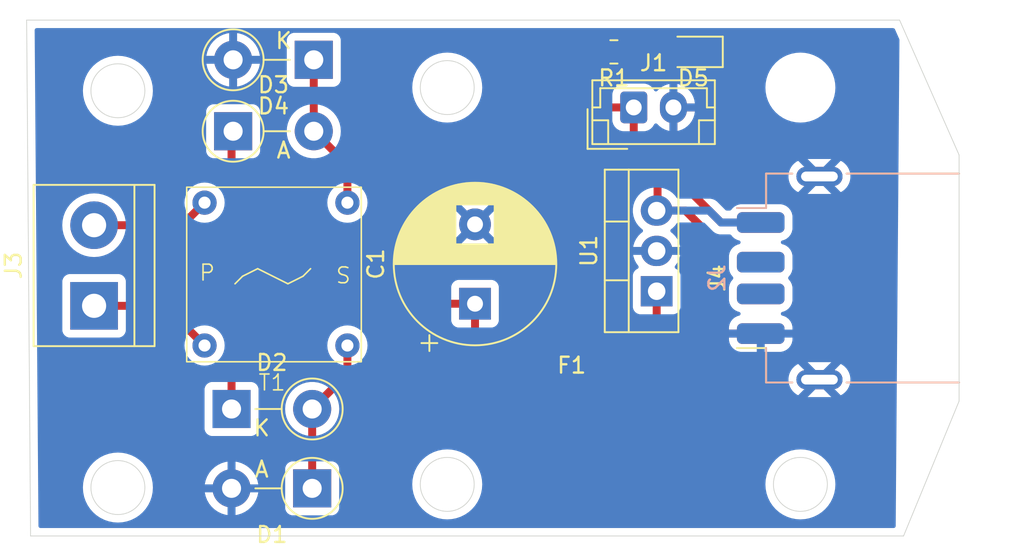
<source format=kicad_pcb>
(kicad_pcb (version 20240108) (generator "pcbnew") (generator_version "8.0")
  (layers (0 "F.Cu" signal) (31 "B.Cu" signal) (34 "B.Paste" user) (35 "F.Paste" user) (36 "B.SilkS" user "B.Silkscreen") (37 "F.SilkS" user "F.Silkscreen") (38 "B.Mask" user) (39 "F.Mask" user) (44 "Edge.Cuts" user))
  (net 0 "")
  (net 1 "Net-(D2-K)")
  (net 2 "GND")
  (net 3 "Net-(D1-K)")
  (net 4 "Net-(D3-A)")
  (net 5 "/5VOut")
  (net 8 "Net-(J3-Pin_2)")
  (net 9 "Net-(J3-Pin_1)")
  (net 12 "Net-(U1-IN)")
  (net 13 "Net-(D5-A)")
  (footprint "Diode_THT:D_DO-15_P5.08mm_Vertical_AnodeUp" (layer "F.Cu") (at 32.26 27.5)
    (property "Reference" "D3" (at 2.54 -2.92 360) (layer "F.SilkS"))
    (property "Value" "D_45deg")
    (fp_line (start 1.92 0) (end 3.58 0) (stroke (width 0.12)) (layer "F.SilkS"))
    (fp_circle (center 0 0) (end 1.92 0) (stroke (width 0.12)) (fill none) (layer "F.SilkS"))
    (fp_text user "A" (at 3.18 1.2 360) (layer "F.SilkS"))
    (pad "1" thru_hole rect (at 0 0) (size 2.4 2.4) (drill 1.2) (layers "*.Cu" "*.Mask") (net 1 "Net-(D2-K)"))
    (pad "2" thru_hole oval (at 5.08 0) (size 2.4 2.4) (drill 1.2) (layers "*.Cu" "*.Mask") (net 4 "Net-(D3-A)"))
  )
  (footprint "Transformer:THT_10mm_Transformer" (layer "F.Cu") (at 39.36 45.45)
    (property "Reference" "T1" (at -4.65 -2.1125 0) (layer "F.SilkS") (effects (font (thickness 0.1))))
    (property "Value" "Transformer_1P_1S")
    (fp_rect (start -10.025 -14.425) (end 0.975 -3.425) (stroke (width 0.1)) (fill none) (layer "F.SilkS"))
    (fp_text user "P" (at -9.3 -8.45 0) (layer "F.SilkS") (effects (font (thickness 0.1)) (justify left bottom)))
    (fp_text user "S" (at -0.7 -8.275 0) (layer "F.SilkS") (effects (font (thickness 0.1)) (justify left bottom)))
    (fp_text user "~" (at -8 -3.3 0) (layer "F.SilkS") (effects (font (size 10 10) (thickness 0.1)) (justify left bottom)))
    (pad "1" thru_hole circle (at -8.9 -13.45) (size 1.524 1.524) (drill 0.762) (layers "*.Cu" "*.Mask") (net 8 "Net-(J3-Pin_2)"))
    (pad "2" thru_hole circle (at -8.9 -4.45) (size 1.524 1.524) (drill 0.762) (layers "*.Cu" "*.Mask") (net 9 "Net-(J3-Pin_1)"))
    (pad "3" thru_hole circle (at 0.1 -13.45) (size 1.524 1.524) (drill 0.762) (layers "*.Cu" "*.Mask") (net 4 "Net-(D3-A)"))
    (pad "4" thru_hole circle (at 0.1 -4.45) (size 1.524 1.524) (drill 0.762) (layers "*.Cu" "*.Mask") (net 3 "Net-(D1-K)"))
  )
  (footprint "LED_SMD:LED_0805_2012Metric_Pad1.15x1.40mm_HandSolder" (layer "F.Cu") (at 61.25 22.5 180)
    (property "Reference" "D5" (at 0 -1.65 360) (layer "F.SilkS"))
    (property "Value" "LED")
    (fp_line (start 1 -0.96) (end -1.86 -0.96) (stroke (width 0.12)) (layer "F.SilkS"))
    (fp_line (start -1.86 0.96) (end 1 0.96) (stroke (width 0.12)) (layer "F.SilkS"))
    (fp_line (start -1.86 -0.96) (end -1.86 0.96) (stroke (width 0.12)) (layer "F.SilkS"))
    (pad "1" smd roundrect (at -1.025 0 180) (size 1.15 1.4) (layers "F.Cu" "F.Paste" "F.Mask") (roundrect_rratio 0.217391) (net 2 "GND"))
    (pad "2" smd roundrect (at 1.025 0 180) (size 1.15 1.4) (layers "F.Cu" "F.Paste" "F.Mask") (roundrect_rratio 0.217391) (net 13 "Net-(D5-A)"))
  )
  (footprint "Diode_THT:D_DO-15_P5.08mm_Vertical_KathodeUp" (layer "F.Cu") (at 32.16 45)
    (property "Reference" "D2" (at 2.54 -2.92 360) (layer "F.SilkS"))
    (property "Value" "D_45deg")
    (fp_line (start 3.16 0) (end 1.5 0) (stroke (width 0.12)) (layer "F.SilkS"))
    (fp_circle (center 5.08 0) (end 7 0) (stroke (width 0.12)) (fill none) (layer "F.SilkS"))
    (fp_text user "K" (at 1.9 1.2 360) (layer "F.SilkS"))
    (pad "1" thru_hole rect (at 0 0) (size 2.4 2.4) (drill 1.2) (layers "*.Cu" "*.Mask") (net 1 "Net-(D2-K)"))
    (pad "2" thru_hole oval (at 5.08 0) (size 2.4 2.4) (drill 1.2) (layers "*.Cu" "*.Mask") (net 3 "Net-(D1-K)"))
  )
  (footprint "Connector_USB:USB_A_Receptacle_GCT_USB1046" (layer "F.Cu") (at 72.75 36.75 90)
    (property "Reference" "J4" (at 0 -10 90) (layer "F.SilkS"))
    (property "Value" "USB_A")
    (fp_line (start 6.58 -6.91) (end 6.58 -5.26) (stroke (width 0.12)) (layer "F.SilkS"))
    (fp_line (start 4.41 -6.91) (end 6.58 -6.91) (stroke (width 0.12)) (layer "F.SilkS"))
    (fp_line (start -4.41 -6.91) (end -4.41 -8.75) (stroke (width 0.12)) (layer "F.SilkS"))
    (fp_line (start -4.41 -6.91) (end -6.58 -6.91) (stroke (width 0.12)) (layer "F.SilkS"))
    (fp_line (start -6.58 -6.91) (end -6.58 -5.26) (stroke (width 0.12)) (layer "F.SilkS"))
    (fp_line (start 6.58 -1.84) (end 6.58 5.25) (stroke (width 0.12)) (layer "F.SilkS"))
    (fp_line (start -6.58 -1.84) (end -6.58 5.25) (stroke (width 0.12)) (layer "F.SilkS"))
    (pad "1" smd roundrect (at -3.5 -7.25 90) (size 1.3 3) (layers "F.Cu" "F.Paste" "F.Mask") (net 5 "/5VOut"))
    (pad "2" smd roundrect (at -1 -7.25 90) (size 1.3 3) (layers "F.Cu" "F.Paste" "F.Mask"))
    (pad "3" smd roundrect (at 1 -7.25 90) (size 1.3 3) (layers "F.Cu" "F.Paste" "F.Mask"))
    (pad "4" smd roundrect (at 3.5 -7.25 90) (size 1.3 3) (layers "F.Cu" "F.Paste" "F.Mask") (net 2 "GND"))
    (pad "5" thru_hole oval (at -6.4 -3.55 90) (size 1.2 2.9) (drill oval 0.6 2.3) (layers "*.Cu" "*.Mask") (net 2 "GND"))
    (pad "5" thru_hole oval (at 6.4 -3.55 90) (size 1.2 2.9) (drill oval 0.6 2.3) (layers "*.Cu" "*.Mask") (net 2 "GND"))
  )
  (footprint "Capacitor_THT:CP_Radial_D10.0mm_P5.00mm" (layer "F.Cu") (at 47.5 38.367677 90)
    (property "Reference" "C1" (at 2.5 -6.25 90) (layer "F.SilkS"))
    (property "Value" "1000uF")
    (fp_line (start 2.58 -5.08) (end 2.58 5.08) (stroke (width 0.12)) (layer "F.SilkS"))
    (fp_line (start 2.54 -5.08) (end 2.54 5.08) (stroke (width 0.12)) (layer "F.SilkS"))
    (fp_line (start 2.5 -5.08) (end 2.5 5.08) (stroke (width 0.12)) (layer "F.SilkS"))
    (fp_line (start 2.62 -5.079) (end 2.62 5.079) (stroke (width 0.12)) (layer "F.SilkS"))
    (fp_line (start 2.66 -5.078) (end 2.66 5.078) (stroke (width 0.12)) (layer "F.SilkS"))
    (fp_line (start 2.7 -5.077) (end 2.7 5.077) (stroke (width 0.12)) (layer "F.SilkS"))
    (fp_line (start 2.74 -5.075) (end 2.74 5.075) (stroke (width 0.12)) (layer "F.SilkS"))
    (fp_line (start 2.78 -5.073) (end 2.78 5.073) (stroke (width 0.12)) (layer "F.SilkS"))
    (fp_line (start 2.82 -5.07) (end 2.82 5.07) (stroke (width 0.12)) (layer "F.SilkS"))
    (fp_line (start 2.86 -5.068) (end 2.86 5.068) (stroke (width 0.12)) (layer "F.SilkS"))
    (fp_line (start 2.9 -5.065) (end 2.9 5.065) (stroke (width 0.12)) (layer "F.SilkS"))
    (fp_line (start 2.94 -5.062) (end 2.94 5.062) (stroke (width 0.12)) (layer "F.SilkS"))
    (fp_line (start 2.98 -5.058) (end 2.98 5.058) (stroke (width 0.12)) (layer "F.SilkS"))
    (fp_line (start 3.02 -5.054) (end 3.02 5.054) (stroke (width 0.12)) (layer "F.SilkS"))
    (fp_line (start 3.06 -5.05) (end 3.06 5.05) (stroke (width 0.12)) (layer "F.SilkS"))
    (fp_line (start 3.1 -5.045) (end 3.1 5.045) (stroke (width 0.12)) (layer "F.SilkS"))
    (fp_line (start 3.14 -5.04) (end 3.14 5.04) (stroke (width 0.12)) (layer "F.SilkS"))
    (fp_line (start 3.18 -5.035) (end 3.18 5.035) (stroke (width 0.12)) (layer "F.SilkS"))
    (fp_line (start 3.221 -5.03) (end 3.221 5.03) (stroke (width 0.12)) (layer "F.SilkS"))
    (fp_line (start 3.261 -5.024) (end 3.261 5.024) (stroke (width 0.12)) (layer "F.SilkS"))
    (fp_line (start 3.301 -5.018) (end 3.301 5.018) (stroke (width 0.12)) (layer "F.SilkS"))
    (fp_line (start 3.341 -5.011) (end 3.341 5.011) (stroke (width 0.12)) (layer "F.SilkS"))
    (fp_line (start 3.381 -5.004) (end 3.381 5.004) (stroke (width 0.12)) (layer "F.SilkS"))
    (fp_line (start 3.421 -4.997) (end 3.421 4.997) (stroke (width 0.12)) (layer "F.SilkS"))
    (fp_line (start 3.461 -4.99) (end 3.461 4.99) (stroke (width 0.12)) (layer "F.SilkS"))
    (fp_line (start 3.501 -4.982) (end 3.501 4.982) (stroke (width 0.12)) (layer "F.SilkS"))
    (fp_line (start 3.541 -4.974) (end 3.541 4.974) (stroke (width 0.12)) (layer "F.SilkS"))
    (fp_line (start 3.581 -4.965) (end 3.581 4.965) (stroke (width 0.12)) (layer "F.SilkS"))
    (fp_line (start 3.621 -4.956) (end 3.621 4.956) (stroke (width 0.12)) (layer "F.SilkS"))
    (fp_line (start 3.661 -4.947) (end 3.661 4.947) (stroke (width 0.12)) (layer "F.SilkS"))
    (fp_line (start 3.701 -4.938) (end 3.701 4.938) (stroke (width 0.12)) (layer "F.SilkS"))
    (fp_line (start 3.741 -4.928) (end 3.741 4.928) (stroke (width 0.12)) (layer "F.SilkS"))
    (fp_line (start 3.781 -4.918) (end 3.781 -1.241) (stroke (width 0.12)) (layer "F.SilkS"))
    (fp_line (start 3.821 -4.907) (end 3.821 -1.241) (stroke (width 0.12)) (layer "F.SilkS"))
    (fp_line (start 3.861 -4.897) (end 3.861 -1.241) (stroke (width 0.12)) (layer "F.SilkS"))
    (fp_line (start 3.901 -4.885) (end 3.901 -1.241) (stroke (width 0.12)) (layer "F.SilkS"))
    (fp_line (start 3.941 -4.874) (end 3.941 -1.241) (stroke (width 0.12)) (layer "F.SilkS"))
    (fp_line (start 3.981 -4.862) (end 3.981 -1.241) (stroke (width 0.12)) (layer "F.SilkS"))
    (fp_line (start 4.021 -4.85) (end 4.021 -1.241) (stroke (width 0.12)) (layer "F.SilkS"))
    (fp_line (start 4.061 -4.837) (end 4.061 -1.241) (stroke (width 0.12)) (layer "F.SilkS"))
    (fp_line (start 4.101 -4.824) (end 4.101 -1.241) (stroke (width 0.12)) (layer "F.SilkS"))
    (fp_line (start 4.141 -4.811) (end 4.141 -1.241) (stroke (width 0.12)) (layer "F.SilkS"))
    (fp_line (start 4.181 -4.797) (end 4.181 -1.241) (stroke (width 0.12)) (layer "F.SilkS"))
    (fp_line (start 4.221 -4.783) (end 4.221 -1.241) (stroke (width 0.12)) (layer "F.SilkS"))
    (fp_line (start 4.261 -4.768) (end 4.261 -1.241) (stroke (width 0.12)) (layer "F.SilkS"))
    (fp_line (start 4.301 -4.754) (end 4.301 -1.241) (stroke (width 0.12)) (layer "F.SilkS"))
    (fp_line (start 4.341 -4.738) (end 4.341 -1.241) (stroke (width 0.12)) (layer "F.SilkS"))
    (fp_line (start 4.381 -4.723) (end 4.381 -1.241) (stroke (width 0.12)) (layer "F.SilkS"))
    (fp_line (start 4.421 -4.707) (end 4.421 -1.241) (stroke (width 0.12)) (layer "F.SilkS"))
    (fp_line (start 4.461 -4.69) (end 4.461 -1.241) (stroke (width 0.12)) (layer "F.SilkS"))
    (fp_line (start 4.501 -4.674) (end 4.501 -1.241) (stroke (width 0.12)) (layer "F.SilkS"))
    (fp_line (start 4.541 -4.657) (end 4.541 -1.241) (stroke (width 0.12)) (layer "F.SilkS"))
    (fp_line (start 4.581 -4.639) (end 4.581 -1.241) (stroke (width 0.12)) (layer "F.SilkS"))
    (fp_line (start 4.621 -4.621) (end 4.621 -1.241) (stroke (width 0.12)) (layer "F.SilkS"))
    (fp_line (start 4.661 -4.603) (end 4.661 -1.241) (stroke (width 0.12)) (layer "F.SilkS"))
    (fp_line (start 4.701 -4.584) (end 4.701 -1.241) (stroke (width 0.12)) (layer "F.SilkS"))
    (fp_line (start 4.741 -4.564) (end 4.741 -1.241) (stroke (width 0.12)) (layer "F.SilkS"))
    (fp_line (start 4.781 -4.545) (end 4.781 -1.241) (stroke (width 0.12)) (layer "F.SilkS"))
    (fp_line (start 4.821 -4.525) (end 4.821 -1.241) (stroke (width 0.12)) (layer "F.SilkS"))
    (fp_line (start 4.861 -4.504) (end 4.861 -1.241) (stroke (width 0.12)) (layer "F.SilkS"))
    (fp_line (start 4.901 -4.483) (end 4.901 -1.241) (stroke (width 0.12)) (layer "F.SilkS"))
    (fp_line (start 4.941 -4.462) (end 4.941 -1.241) (stroke (width 0.12)) (layer "F.SilkS"))
    (fp_line (start 4.981 -4.44) (end 4.981 -1.241) (stroke (width 0.12)) (layer "F.SilkS"))
    (fp_line (start 5.021 -4.417) (end 5.021 -1.241) (stroke (width 0.12)) (layer "F.SilkS"))
    (fp_line (start 5.061 -4.395) (end 5.061 -1.241) (stroke (width 0.12)) (layer "F.SilkS"))
    (fp_line (start 5.101 -4.371) (end 5.101 -1.241) (stroke (width 0.12)) (layer "F.SilkS"))
    (fp_line (start 5.141 -4.347) (end 5.141 -1.241) (stroke (width 0.12)) (layer "F.SilkS"))
    (fp_line (start 5.181 -4.323) (end 5.181 -1.241) (stroke (width 0.12)) (layer "F.SilkS"))
    (fp_line (start 5.221 -4.298) (end 5.221 -1.241) (stroke (width 0.12)) (layer "F.SilkS"))
    (fp_line (start 5.261 -4.273) (end 5.261 -1.241) (stroke (width 0.12)) (layer "F.SilkS"))
    (fp_line (start 5.301 -4.247) (end 5.301 -1.241) (stroke (width 0.12)) (layer "F.SilkS"))
    (fp_line (start 5.341 -4.221) (end 5.341 -1.241) (stroke (width 0.12)) (layer "F.SilkS"))
    (fp_line (start 5.381 -4.194) (end 5.381 -1.241) (stroke (width 0.12)) (layer "F.SilkS"))
    (fp_line (start 5.421 -4.166) (end 5.421 -1.241) (stroke (width 0.12)) (layer "F.SilkS"))
    (fp_line (start 5.461 -4.138) (end 5.461 -1.241) (stroke (width 0.12)) (layer "F.SilkS"))
    (fp_line (start 5.501 -4.11) (end 5.501 -1.241) (stroke (width 0.12)) (layer "F.SilkS"))
    (fp_line (start 5.541 -4.08) (end 5.541 -1.241) (stroke (width 0.12)) (layer "F.SilkS"))
    (fp_line (start 5.581 -4.05) (end 5.581 -1.241) (stroke (width 0.12)) (layer "F.SilkS"))
    (fp_line (start 5.621 -4.02) (end 5.621 -1.241) (stroke (width 0.12)) (layer "F.SilkS"))
    (fp_line (start 5.661 -3.989) (end 5.661 -1.241) (stroke (width 0.12)) (layer "F.SilkS"))
    (fp_line (start 5.701 -3.957) (end 5.701 -1.241) (stroke (width 0.12)) (layer "F.SilkS"))
    (fp_line (start 5.741 -3.925) (end 5.741 -1.241) (stroke (width 0.12)) (layer "F.SilkS"))
    (fp_line (start 5.781 -3.892) (end 5.781 -1.241) (stroke (width 0.12)) (layer "F.SilkS"))
    (fp_line (start 5.821 -3.858) (end 5.821 -1.241) (stroke (width 0.12)) (layer "F.SilkS"))
    (fp_line (start 5.861 -3.824) (end 5.861 -1.241) (stroke (width 0.12)) (layer "F.SilkS"))
    (fp_line (start 5.901 -3.789) (end 5.901 -1.241) (stroke (width 0.12)) (layer "F.SilkS"))
    (fp_line (start 5.941 -3.753) (end 5.941 -1.241) (stroke (width 0.12)) (layer "F.SilkS"))
    (fp_line (start 5.981 -3.716) (end 5.981 -1.241) (stroke (width 0.12)) (layer "F.SilkS"))
    (fp_line (start 6.021 -3.679) (end 6.021 -1.241) (stroke (width 0.12)) (layer "F.SilkS"))
    (fp_line (start 6.061 -3.64) (end 6.061 -1.241) (stroke (width 0.12)) (layer "F.SilkS"))
    (fp_line (start 6.101 -3.601) (end 6.101 -1.241) (stroke (width 0.12)) (layer "F.SilkS"))
    (fp_line (start 6.141 -3.561) (end 6.141 -1.241) (stroke (width 0.12)) (layer "F.SilkS"))
    (fp_line (start 6.181 -3.52) (end 6.181 -1.241) (stroke (width 0.12)) (layer "F.SilkS"))
    (fp_line (start 6.221 -3.478) (end 6.221 -1.241) (stroke (width 0.12)) (layer "F.SilkS"))
    (fp_line (start 6.261 -3.436) (end 6.261 3.436) (stroke (width 0.12)) (layer "F.SilkS"))
    (fp_line (start 6.301 -3.392) (end 6.301 3.392) (stroke (width 0.12)) (layer "F.SilkS"))
    (fp_line (start -2.479646 -3.375) (end -2.479646 -2.375) (stroke (width 0.12)) (layer "F.SilkS"))
    (fp_line (start 6.341 -3.347) (end 6.341 3.347) (stroke (width 0.12)) (layer "F.SilkS"))
    (fp_line (start 6.381 -3.301) (end 6.381 3.301) (stroke (width 0.12)) (layer "F.SilkS"))
    (fp_line (start 6.421 -3.254) (end 6.421 3.254) (stroke (width 0.12)) (layer "F.SilkS"))
    (fp_line (start 6.461 -3.206) (end 6.461 3.206) (stroke (width 0.12)) (layer "F.SilkS"))
    (fp_line (start 6.501 -3.156) (end 6.501 3.156) (stroke (width 0.12)) (layer "F.SilkS"))
    (fp_line (start 6.541 -3.106) (end 6.541 3.106) (stroke (width 0.12)) (layer "F.SilkS"))
    (fp_line (start 6.581 -3.054) (end 6.581 3.054) (stroke (width 0.12)) (layer "F.SilkS"))
    (fp_line (start 6.621 -3) (end 6.621 3) (stroke (width 0.12)) (layer "F.SilkS"))
    (fp_line (start 6.661 -2.945) (end 6.661 2.945) (stroke (width 0.12)) (layer "F.SilkS"))
    (fp_line (start 6.701 -2.889) (end 6.701 2.889) (stroke (width 0.12)) (layer "F.SilkS"))
    (fp_line (start -2.979646 -2.875) (end -1.979646 -2.875) (stroke (width 0.12)) (layer "F.SilkS"))
    (fp_line (start 6.741 -2.83) (end 6.741 2.83) (stroke (width 0.12)) (layer "F.SilkS"))
    (fp_line (start 6.781 -2.77) (end 6.781 2.77) (stroke (width 0.12)) (layer "F.SilkS"))
    (fp_line (start 6.821 -2.709) (end 6.821 2.709) (stroke (width 0.12)) (layer "F.SilkS"))
    (fp_line (start 6.861 -2.645) (end 6.861 2.645) (stroke (width 0.12)) (layer "F.SilkS"))
    (fp_line (start 6.901 -2.579) (end 6.901 2.579) (stroke (width 0.12)) (layer "F.SilkS"))
    (fp_line (start 6.941 -2.51) (end 6.941 2.51) (stroke (width 0.12)) (layer "F.SilkS"))
    (fp_line (start 6.981 -2.439) (end 6.981 2.439) (stroke (width 0.12)) (layer "F.SilkS"))
    (fp_line (start 7.021 -2.365) (end 7.021 2.365) (stroke (width 0.12)) (layer "F.SilkS"))
    (fp_line (start 7.061 -2.289) (end 7.061 2.289) (stroke (width 0.12)) (layer "F.SilkS"))
    (fp_line (start 7.101 -2.209) (end 7.101 2.209) (stroke (width 0.12)) (layer "F.SilkS"))
    (fp_line (start 7.141 -2.125) (end 7.141 2.125) (stroke (width 0.12)) (layer "F.SilkS"))
    (fp_line (start 7.181 -2.037) (end 7.181 2.037) (stroke (width 0.12)) (layer "F.SilkS"))
    (fp_line (start 7.221 -1.944) (end 7.221 1.944) (stroke (width 0.12)) (layer "F.SilkS"))
    (fp_line (start 7.261 -1.846) (end 7.261 1.846) (stroke (width 0.12)) (layer "F.SilkS"))
    (fp_line (start 7.301 -1.742) (end 7.301 1.742) (stroke (width 0.12)) (layer "F.SilkS"))
    (fp_line (start 7.341 -1.63) (end 7.341 1.63) (stroke (width 0.12)) (layer "F.SilkS"))
    (fp_line (start 7.381 -1.51) (end 7.381 1.51) (stroke (width 0.12)) (layer "F.SilkS"))
    (fp_line (start 7.421 -1.378) (end 7.421 1.378) (stroke (width 0.12)) (layer "F.SilkS"))
    (fp_line (start 7.461 -1.23) (end 7.461 1.23) (stroke (width 0.12)) (layer "F.SilkS"))
    (fp_line (start 7.501 -1.062) (end 7.501 1.062) (stroke (width 0.12)) (layer "F.SilkS"))
    (fp_line (start 7.541 -0.862) (end 7.541 0.862) (stroke (width 0.12)) (layer "F.SilkS"))
    (fp_line (start 7.581 -0.599) (end 7.581 0.599) (stroke (width 0.12)) (layer "F.SilkS"))
    (fp_line (start 6.221 1.241) (end 6.221 3.478) (stroke (width 0.12)) (layer "F.SilkS"))
    (fp_line (start 6.181 1.241) (end 6.181 3.52) (stroke (width 0.12)) (layer "F.SilkS"))
    (fp_line (start 6.141 1.241) (end 6.141 3.561) (stroke (width 0.12)) (layer "F.SilkS"))
    (fp_line (start 6.101 1.241) (end 6.101 3.601) (stroke (width 0.12)) (layer "F.SilkS"))
    (fp_line (start 6.061 1.241) (end 6.061 3.64) (stroke (width 0.12)) (layer "F.SilkS"))
    (fp_line (start 6.021 1.241) (end 6.021 3.679) (stroke (width 0.12)) (layer "F.SilkS"))
    (fp_line (start 5.981 1.241) (end 5.981 3.716) (stroke (width 0.12)) (layer "F.SilkS"))
    (fp_line (start 5.941 1.241) (end 5.941 3.753) (stroke (width 0.12)) (layer "F.SilkS"))
    (fp_line (start 5.901 1.241) (end 5.901 3.789) (stroke (width 0.12)) (layer "F.SilkS"))
    (fp_line (start 5.861 1.241) (end 5.861 3.824) (stroke (width 0.12)) (layer "F.SilkS"))
    (fp_line (start 5.821 1.241) (end 5.821 3.858) (stroke (width 0.12)) (layer "F.SilkS"))
    (fp_line (start 5.781 1.241) (end 5.781 3.892) (stroke (width 0.12)) (layer "F.SilkS"))
    (fp_line (start 5.741 1.241) (end 5.741 3.925) (stroke (width 0.12)) (layer "F.SilkS"))
    (fp_line (start 5.701 1.241) (end 5.701 3.957) (stroke (width 0.12)) (layer "F.SilkS"))
    (fp_line (start 5.661 1.241) (end 5.661 3.989) (stroke (width 0.12)) (layer "F.SilkS"))
    (fp_line (start 5.621 1.241) (end 5.621 4.02) (stroke (width 0.12)) (layer "F.SilkS"))
    (fp_line (start 5.581 1.241) (end 5.581 4.05) (stroke (width 0.12)) (layer "F.SilkS"))
    (fp_line (start 5.541 1.241) (end 5.541 4.08) (stroke (width 0.12)) (layer "F.SilkS"))
    (fp_line (start 5.501 1.241) (end 5.501 4.11) (stroke (width 0.12)) (layer "F.SilkS"))
    (fp_line (start 5.461 1.241) (end 5.461 4.138) (stroke (width 0.12)) (layer "F.SilkS"))
    (fp_line (start 5.421 1.241) (end 5.421 4.166) (stroke (width 0.12)) (layer "F.SilkS"))
    (fp_line (start 5.381 1.241) (end 5.381 4.194) (stroke (width 0.12)) (layer "F.SilkS"))
    (fp_line (start 5.341 1.241) (end 5.341 4.221) (stroke (width 0.12)) (layer "F.SilkS"))
    (fp_line (start 5.301 1.241) (end 5.301 4.247) (stroke (width 0.12)) (layer "F.SilkS"))
    (fp_line (start 5.261 1.241) (end 5.261 4.273) (stroke (width 0.12)) (layer "F.SilkS"))
    (fp_line (start 5.221 1.241) (end 5.221 4.298) (stroke (width 0.12)) (layer "F.SilkS"))
    (fp_line (start 5.181 1.241) (end 5.181 4.323) (stroke (width 0.12)) (layer "F.SilkS"))
    (fp_line (start 5.141 1.241) (end 5.141 4.347) (stroke (width 0.12)) (layer "F.SilkS"))
    (fp_line (start 5.101 1.241) (end 5.101 4.371) (stroke (width 0.12)) (layer "F.SilkS"))
    (fp_line (start 5.061 1.241) (end 5.061 4.395) (stroke (width 0.12)) (layer "F.SilkS"))
    (fp_line (start 5.021 1.241) (end 5.021 4.417) (stroke (width 0.12)) (layer "F.SilkS"))
    (fp_line (start 4.981 1.241) (end 4.981 4.44) (stroke (width 0.12)) (layer "F.SilkS"))
    (fp_line (start 4.941 1.241) (end 4.941 4.462) (stroke (width 0.12)) (layer "F.SilkS"))
    (fp_line (start 4.901 1.241) (end 4.901 4.483) (stroke (width 0.12)) (layer "F.SilkS"))
    (fp_line (start 4.861 1.241) (end 4.861 4.504) (stroke (width 0.12)) (layer "F.SilkS"))
    (fp_line (start 4.821 1.241) (end 4.821 4.525) (stroke (width 0.12)) (layer "F.SilkS"))
    (fp_line (start 4.781 1.241) (end 4.781 4.545) (stroke (width 0.12)) (layer "F.SilkS"))
    (fp_line (start 4.741 1.241) (end 4.741 4.564) (stroke (width 0.12)) (layer "F.SilkS"))
    (fp_line (start 4.701 1.241) (end 4.701 4.584) (stroke (width 0.12)) (layer "F.SilkS"))
    (fp_line (start 4.661 1.241) (end 4.661 4.603) (stroke (width 0.12)) (layer "F.SilkS"))
    (fp_line (start 4.621 1.241) (end 4.621 4.621) (stroke (width 0.12)) (layer "F.SilkS"))
    (fp_line (start 4.581 1.241) (end 4.581 4.639) (stroke (width 0.12)) (layer "F.SilkS"))
    (fp_line (start 4.541 1.241) (end 4.541 4.657) (stroke (width 0.12)) (layer "F.SilkS"))
    (fp_line (start 4.501 1.241) (end 4.501 4.674) (stroke (width 0.12)) (layer "F.SilkS"))
    (fp_line (start 4.461 1.241) (end 4.461 4.69) (stroke (width 0.12)) (layer "F.SilkS"))
    (fp_line (start 4.421 1.241) (end 4.421 4.707) (stroke (width 0.12)) (layer "F.SilkS"))
    (fp_line (start 4.381 1.241) (end 4.381 4.723) (stroke (width 0.12)) (layer "F.SilkS"))
    (fp_line (start 4.341 1.241) (end 4.341 4.738) (stroke (width 0.12)) (layer "F.SilkS"))
    (fp_line (start 4.301 1.241) (end 4.301 4.754) (stroke (width 0.12)) (layer "F.SilkS"))
    (fp_line (start 4.261 1.241) (end 4.261 4.768) (stroke (width 0.12)) (layer "F.SilkS"))
    (fp_line (start 4.221 1.241) (end 4.221 4.783) (stroke (width 0.12)) (layer "F.SilkS"))
    (fp_line (start 4.181 1.241) (end 4.181 4.797) (stroke (width 0.12)) (layer "F.SilkS"))
    (fp_line (start 4.141 1.241) (end 4.141 4.811) (stroke (width 0.12)) (layer "F.SilkS"))
    (fp_line (start 4.101 1.241) (end 4.101 4.824) (stroke (width 0.12)) (layer "F.SilkS"))
    (fp_line (start 4.061 1.241) (end 4.061 4.837) (stroke (width 0.12)) (layer "F.SilkS"))
    (fp_line (start 4.021 1.241) (end 4.021 4.85) (stroke (width 0.12)) (layer "F.SilkS"))
    (fp_line (start 3.981 1.241) (end 3.981 4.862) (stroke (width 0.12)) (layer "F.SilkS"))
    (fp_line (start 3.941 1.241) (end 3.941 4.874) (stroke (width 0.12)) (layer "F.SilkS"))
    (fp_line (start 3.901 1.241) (end 3.901 4.885) (stroke (width 0.12)) (layer "F.SilkS"))
    (fp_line (start 3.861 1.241) (end 3.861 4.897) (stroke (width 0.12)) (layer "F.SilkS"))
    (fp_line (start 3.821 1.241) (end 3.821 4.907) (stroke (width 0.12)) (layer "F.SilkS"))
    (fp_line (start 3.781 1.241) (end 3.781 4.918) (stroke (width 0.12)) (layer "F.SilkS"))
    (fp_circle (center 2.5 0) (end 7.62 0) (stroke (width 0.12)) (fill none) (layer "F.SilkS"))
    (pad "1" thru_hole rect (at 0 0 90) (size 2 2) (drill 1) (layers "*.Cu" "*.Mask") (net 1 "Net-(D2-K)"))
    (pad "2" thru_hole circle (at 5 0 90) (size 2 2) (drill 1) (layers "*.Cu" "*.Mask") (net 2 "GND"))
  )
  (footprint "Package_TO_SOT_THT:TO-220-3_Vertical" (layer "F.Cu") (at 58.945 37.58 90)
    (property "Reference" "U1" (at 2.54 -4.27 90) (layer "F.SilkS"))
    (property "Value" "L7805")
    (fp_line (start 7.66 -3.27) (end 7.66 1.371) (stroke (width 0.12)) (layer "F.SilkS"))
    (fp_line (start 4.391 -3.27) (end 4.391 -1.76) (stroke (width 0.12)) (layer "F.SilkS"))
    (fp_line (start 0.69 -3.27) (end 0.69 -1.76) (stroke (width 0.12)) (layer "F.SilkS"))
    (fp_line (start -2.58 -3.27) (end 7.66 -3.27) (stroke (width 0.12)) (layer "F.SilkS"))
    (fp_line (start -2.58 -3.27) (end -2.58 1.371) (stroke (width 0.12)) (layer "F.SilkS"))
    (fp_line (start -2.58 -1.76) (end 7.66 -1.76) (stroke (width 0.12)) (layer "F.SilkS"))
    (fp_line (start -2.58 1.371) (end 7.66 1.371) (stroke (width 0.12)) (layer "F.SilkS"))
    (pad "1" thru_hole rect (at 0 0 90) (size 1.905 2) (drill 1.1) (layers "*.Cu" "*.Mask") (net 12 "Net-(U1-IN)"))
    (pad "2" thru_hole oval (at 2.54 0 90) (size 1.905 2) (drill 1.1) (layers "*.Cu" "*.Mask") (net 2 "GND"))
    (pad "3" thru_hole oval (at 5.08 0 90) (size 1.905 2) (drill 1.1) (layers "*.Cu" "*.Mask") (net 5 "/5VOut"))
  )
  (footprint "Diode_THT:D_DO-15_P5.08mm_Vertical_AnodeUp" (layer "F.Cu") (at 37.24 50 180)
    (property "Reference" "D1" (at 2.54 -2.92 360) (layer "F.SilkS"))
    (property "Value" "D_45deg")
    (fp_line (start 1.92 0) (end 3.58 0) (stroke (width 0.12)) (layer "F.SilkS"))
    (fp_circle (center 0 0) (end 1.92 0) (stroke (width 0.12)) (fill none) (layer "F.SilkS"))
    (fp_text user "A" (at 3.18 1.2 360) (layer "F.SilkS"))
    (pad "1" thru_hole rect (at 0 0 180) (size 2.4 2.4) (drill 1.2) (layers "*.Cu" "*.Mask") (net 3 "Net-(D1-K)"))
    (pad "2" thru_hole oval (at 5.08 0 180) (size 2.4 2.4) (drill 1.2) (layers "*.Cu" "*.Mask") (net 2 "GND"))
  )
  (footprint "TerminalBlock:TerminalBlock_bornier-2_P5.08mm" (layer "F.Cu") (at 23.5 38.5 90)
    (property "Reference" "J3" (at 2.54 -5.08 90) (layer "F.SilkS"))
    (property "Value" "Conn_01x02_Socket")
    (fp_line (start 7.62 -3.81) (end -2.54 -3.81) (stroke (width 0.12)) (layer "F.SilkS"))
    (fp_line (start -2.54 -3.81) (end -2.54 3.81) (stroke (width 0.12)) (layer "F.SilkS"))
    (fp_line (start 7.62 2.54) (end -2.54 2.54) (stroke (width 0.12)) (layer "F.SilkS"))
    (fp_line (start 7.62 3.81) (end 7.62 -3.81) (stroke (width 0.12)) (layer "F.SilkS"))
    (fp_line (start -2.54 3.81) (end 7.62 3.81) (stroke (width 0.12)) (layer "F.SilkS"))
    (pad "1" thru_hole rect (at 0 0 90) (size 3 3) (drill 1.52) (layers "*.Cu" "*.Mask") (net 9 "Net-(J3-Pin_1)"))
    (pad "2" thru_hole circle (at 5.08 0 90) (size 3 3) (drill 1.52) (layers "*.Cu" "*.Mask") (net 8 "Net-(J3-Pin_2)"))
  )
  (footprint "Resistor_SMD:R_0805_2012Metric_Pad1.20x1.40mm_HandSolder" (layer "F.Cu") (at 56.25 22.5 180)
    (property "Reference" "R1" (at 0 -1.65 360) (layer "F.SilkS"))
    (property "Value" "R")
    (fp_line (start -0.227064 0.735) (end 0.227064 0.735) (stroke (width 0.12)) (layer "F.SilkS"))
    (fp_line (start -0.227064 -0.735) (end 0.227064 -0.735) (stroke (width 0.12)) (layer "F.SilkS"))
    (pad "1" smd roundrect (at -1 0 180) (size 1.2 1.4) (layers "F.Cu" "F.Paste" "F.Mask") (roundrect_rratio 0.208333) (net 13 "Net-(D5-A)"))
    (pad "2" smd roundrect (at 1 0 180) (size 1.2 1.4) (layers "F.Cu" "F.Paste" "F.Mask") (roundrect_rratio 0.208333) (net 5 "/5VOut"))
  )
  (footprint "CostumFuse:Fuse_MF-SMDF200-2_Custom" (layer "F.Cu") (at 53.5875 45.25)
    (property "Reference" "F1" (at 0 -3 0) (layer "F.SilkS"))
    (property "Value" "Fuse_Small")
    (pad "1" smd rect (at -2.45 0) (size 1.5 4.6) (layers "F.Cu" "F.Paste" "F.Mask") (net 1 "Net-(D2-K)"))
    (pad "2" smd rect (at 2.45 0) (size 1.5 4.6) (layers "F.Cu" "F.Paste" "F.Mask") (net 12 "Net-(U1-IN)"))
  )
  (footprint "Connector_JST:JST_EH_B2B-EH-A_1x02_P2.50mm_Vertical" (layer "F.Cu") (at 57.5 26)
    (property "Reference" "J1" (at 1.25 -2.8 360) (layer "F.SilkS"))
    (property "Value" "Conn_01x02_Socket")
    (fp_line (start -2.91 0.11) (end -2.91 2.61) (stroke (width 0.12)) (layer "F.SilkS"))
    (fp_line (start -2.91 2.61) (end -0.41 2.61) (stroke (width 0.12)) (layer "F.SilkS"))
    (fp_line (start -2.61 -1.71) (end -2.61 2.31) (stroke (width 0.12)) (layer "F.SilkS"))
    (fp_line (start -2.61 0) (end -2.11 0) (stroke (width 0.12)) (layer "F.SilkS"))
    (fp_line (start -2.61 0.81) (end -1.61 0.81) (stroke (width 0.12)) (layer "F.SilkS"))
    (fp_line (start -2.61 2.31) (end 5.11 2.31) (stroke (width 0.12)) (layer "F.SilkS"))
    (fp_line (start -2.11 -1.21) (end 4.61 -1.21) (stroke (width 0.12)) (layer "F.SilkS"))
    (fp_line (start -2.11 0) (end -2.11 -1.21) (stroke (width 0.12)) (layer "F.SilkS"))
    (fp_line (start -1.61 0.81) (end -1.61 2.31) (stroke (width 0.12)) (layer "F.SilkS"))
    (fp_line (start 4.11 0.81) (end 4.11 2.31) (stroke (width 0.12)) (layer "F.SilkS"))
    (fp_line (start 4.61 -1.21) (end 4.61 0) (stroke (width 0.12)) (layer "F.SilkS"))
    (fp_line (start 4.61 0) (end 5.11 0) (stroke (width 0.12)) (layer "F.SilkS"))
    (fp_line (start 5.11 -1.71) (end -2.61 -1.71) (stroke (width 0.12)) (layer "F.SilkS"))
    (fp_line (start 5.11 0.81) (end 4.11 0.81) (stroke (width 0.12)) (layer "F.SilkS"))
    (fp_line (start 5.11 2.31) (end 5.11 -1.71) (stroke (width 0.12)) (layer "F.SilkS"))
    (pad "1" thru_hole roundrect (at 0 0) (size 1.7 2) (drill 1) (layers "*.Cu" "*.Mask") (roundrect_rratio 0.147059) (net 5 "/5VOut"))
    (pad "2" thru_hole oval (at 2.5 0) (size 1.7 2) (drill 1) (layers "*.Cu" "*.Mask") (net 2 "GND"))
  )
  (footprint "Diode_THT:D_DO-15_P5.08mm_Vertical_KathodeUp" (layer "F.Cu") (at 37.34 23 180)
    (property "Reference" "D4" (at 2.54 -2.92 360) (layer "F.SilkS"))
    (property "Value" "D_45deg")
    (fp_line (start 3.16 0) (end 1.5 0) (stroke (width 0.12)) (layer "F.SilkS"))
    (fp_circle (center 5.08 0) (end 7 0) (stroke (width 0.12)) (fill none) (layer "F.SilkS"))
    (fp_text user "K" (at 1.9 1.2 360) (layer "F.SilkS"))
    (pad "1" thru_hole rect (at 0 0 180) (size 2.4 2.4) (drill 1.2) (layers "*.Cu" "*.Mask") (net 4 "Net-(D3-A)"))
    (pad "2" thru_hole oval (at 5.08 0 180) (size 2.4 2.4) (drill 1.2) (layers "*.Cu" "*.Mask") (net 2 "GND"))
  )
  (footprint "Connector_USB:USB_A_Receptacle_GCT_USB1046" (layer "B.Cu") (at 72.75 36.75 -90)
    (property "Reference" "J2" (at 0 10 90) (layer "B.SilkS") (effects (justify mirror)))
    (property "Value" "USB_A")
    (fp_line (start -4.41 8.75) (end -4.41 6.91) (stroke (width 0.12)) (layer "B.SilkS"))
    (fp_line (start -6.58 6.91) (end -4.41 6.91) (stroke (width 0.12)) (layer "B.SilkS"))
    (fp_line (start 6.58 6.91) (end 4.41 6.91) (stroke (width 0.12)) (layer "B.SilkS"))
    (fp_line (start -6.58 5.26) (end -6.58 6.91) (stroke (width 0.12)) (layer "B.SilkS"))
    (fp_line (start 6.58 5.26) (end 6.58 6.91) (stroke (width 0.12)) (layer "B.SilkS"))
    (fp_line (start -6.58 -5.25) (end -6.58 1.84) (stroke (width 0.12)) (layer "B.SilkS"))
    (fp_line (start 6.58 -5.25) (end 6.58 1.84) (stroke (width 0.12)) (layer "B.SilkS"))
    (pad "1" smd roundrect (at -3.5 7.25 270) (size 1.3 3) (layers "B.Cu" "B.Paste" "B.Mask") (net 5 "/5VOut"))
    (pad "2" smd roundrect (at -1 7.25 270) (size 1.3 3) (layers "B.Cu" "B.Paste" "B.Mask"))
    (pad "3" smd roundrect (at 1 7.25 270) (size 1.3 3) (layers "B.Cu" "B.Paste" "B.Mask"))
    (pad "4" smd roundrect (at 3.5 7.25 270) (size 1.3 3) (layers "B.Cu" "B.Paste" "B.Mask") (net 2 "GND"))
    (pad "5" thru_hole oval (at -6.4 3.55 270) (size 1.2 2.9) (drill oval 0.6 2.3) (layers "*.Cu" "*.Mask") (net 2 "GND"))
    (pad "5" thru_hole oval (at 6.4 3.55 270) (size 1.2 2.9) (drill oval 0.6 2.3) (layers "*.Cu" "*.Mask") (net 2 "GND"))
  )
  (gr_line (start 19.25 20.5) (end 19.5 53) (stroke (width 0.05)) (layer "Edge.Cuts"))
  (gr_circle (center 25 24.95) (end 26.7 24.95) (stroke (width 0.05)) (fill none) (layer "Edge.Cuts"))
  (gr_line (start 78 44.5) (end 74.5 53) (stroke (width 0.05)) (layer "Edge.Cuts"))
  (gr_circle (center 25 49.95) (end 26.7 49.95) (stroke (width 0.05)) (fill none) (layer "Edge.Cuts"))
  (gr_circle (center 45.75 49.75) (end 47.45 49.75) (stroke (width 0.05)) (fill none) (layer "Edge.Cuts"))
  (gr_line (start 78 29) (end 78 44.5) (stroke (width 0.05)) (layer "Edge.Cuts"))
  (gr_circle (center 45.75 24.75) (end 47.45 24.75) (stroke (width 0.05)) (fill none) (layer "Edge.Cuts"))
  (gr_line (start 19.5 53) (end 74.5 53) (stroke (width 0.05)) (layer "Edge.Cuts"))
  (gr_line (start 74.25 20.5) (end 19.25 20.5) (stroke (width 0.05)) (layer "Edge.Cuts"))
  (gr_line (start 74.25 20.5) (end 78 29) (stroke (width 0.05)) (layer "Edge.Cuts"))
  (gr_circle (center 68 49.75) (end 69.7 49.75) (stroke (width 0.05)) (fill none) (layer "Edge.Cuts"))
  (segment (start 32.16 31.5) (end 32.16 27.6) (width 0.5) (layer "F.Cu") (net 1))
  (segment (start 48.75 45.25) (end 51.25 45.25) (width 0.5) (layer "F.Cu") (net 1))
  (segment (start 47.5 44) (end 48.75 45.25) (width 0.5) (layer "F.Cu") (net 1))
  (segment (start 32.16 27.6) (end 32.26 27.5) (width 0.5) (layer "F.Cu") (net 1))
  (segment (start 37.367677 38.367677) (end 32.16 33.16) (width 0.5) (layer "F.Cu") (net 1))
  (segment (start 32.16 45) (end 32.16 31.5) (width 0.5) (layer "F.Cu") (net 1))
  (segment (start 47.5 38.367677) (end 37.367677 38.367677) (width 0.5) (layer "F.Cu") (net 1))
  (segment (start 32.16 33.16) (end 32.16 31.5) (width 0.5) (layer "F.Cu") (net 1))
  (segment (start 47.5 38.367677) (end 47.5 44) (width 0.5) (layer "F.Cu") (net 1))
  (segment (start 60 30.25) (end 60 26) (width 0.5) (layer "F.Cu") (net 2))
  (segment (start 64.25 23) (end 64.25 25.25) (width 0.5) (layer "F.Cu") (net 2))
  (segment (start 63.75 22.5) (end 64.25 23) (width 0.5) (layer "F.Cu") (net 2))
  (segment (start 62.275 22.5) (end 63.75 22.5) (width 0.5) (layer "F.Cu") (net 2))
  (segment (start 64.25 25.25) (end 63.5 26) (width 0.5) (layer "F.Cu") (net 2))
  (segment (start 63.5 26) (end 60 26) (width 0.5) (layer "F.Cu") (net 2))
  (segment (start 63 33.25) (end 60 30.25) (width 0.5) (layer "F.Cu") (net 2))
  (segment (start 65.5 33.25) (end 63 33.25) (width 0.5) (layer "F.Cu") (net 2))
  (segment (start 37.24 45) (end 39.46 42.78) (width 0.5) (layer "F.Cu") (net 3))
  (segment (start 39.46 42.78) (end 39.46 41) (width 0.5) (layer "F.Cu") (net 3))
  (segment (start 37.24 50) (end 37.24 45) (width 0.5) (layer "F.Cu") (net 3))
  (segment (start 37.34 27.5) (end 37.34 23) (width 0.5) (layer "F.Cu") (net 4))
  (segment (start 37.34 27.5) (end 39.46 29.62) (width 0.5) (layer "F.Cu") (net 4))
  (segment (start 39.46 29.62) (end 39.46 32) (width 0.5) (layer "F.Cu") (net 4))
  (segment (start 57.5 29) (end 57.5 26) (width 0.5) (layer "F.Cu") (net 5))
  (segment (start 53.5 23) (end 53.5 25) (width 0.5) (layer "F.Cu") (net 5))
  (segment (start 54 22.5) (end 53.5 23) (width 0.5) (layer "F.Cu") (net 5))
  (segment (start 54.5 26) (end 57.5 26) (width 0.5) (layer "F.Cu") (net 5))
  (segment (start 59 32.445) (end 59 30.5) (width 0.5) (layer "F.Cu") (net 5))
  (segment (start 65.5 40.25) (end 62.75 40.25) (width 0.5) (layer "F.Cu") (net 5))
  (segment (start 59 30.5) (end 57.5 29) (width 0.5) (layer "F.Cu") (net 5))
  (segment (start 62.75 40.25) (end 61.75 39.25) (width 0.5) (layer "F.Cu") (net 5))
  (segment (start 53.5 25) (end 54.5 26) (width 0.5) (layer "F.Cu") (net 5))
  (segment (start 61.75 33.5) (end 60.75 32.5) (width 0.5) (layer "F.Cu") (net 5))
  (segment (start 60.75 32.5) (end 58.945 32.5) (width 0.5) (layer "F.Cu") (net 5))
  (segment (start 55.25 22.5) (end 54 22.5) (width 0.5) (layer "F.Cu") (net 5))
  (segment (start 58.945 32.5) (end 59 32.445) (width 0.5) (layer "F.Cu") (net 5))
  (segment (start 61.75 39.25) (end 61.75 33.5) (width 0.5) (layer "F.Cu") (net 5))
  (segment (start 63 33.25) (end 62.25 32.5) (width 0.5) (layer "B.Cu") (net 5))
  (segment (start 62.25 32.5) (end 58.945 32.5) (width 0.5) (layer "B.Cu") (net 5))
  (segment (start 65.5 33.25) (end 63 33.25) (width 0.5) (layer "B.Cu") (net 5))
  (segment (start 29.04 33.42) (end 30.46 32) (width 0.5) (layer "F.Cu") (net 8))
  (segment (start 23.5 33.42) (end 29.04 33.42) (width 0.5) (layer "F.Cu") (net 8))
  (segment (start 27.96 38.5) (end 30.46 41) (width 0.5) (layer "F.Cu") (net 9))
  (segment (start 23.5 38.5) (end 27.96 38.5) (width 0.5) (layer "F.Cu") (net 9))
  (segment (start 57.5 45.25) (end 58.945 43.805) (width 0.5) (layer "F.Cu") (net 12))
  (segment (start 58.945 43.805) (end 58.945 37.58) (width 0.5) (layer "F.Cu") (net 12))
  (segment (start 55.925 45.25) (end 57.5 45.25) (width 0.5) (layer "F.Cu") (net 12))
  (segment (start 57.25 22.5) (end 60.225 22.5) (width 0.5) (layer "F.Cu") (net 13))
  (zone (net 2) (net_name "GND") (layer "B.Cu") (connect_pads (clearance 0.5)) (min_thickness 0.25) (fill yes (thermal_gap 0.5) (thermal_bridge_width 0.5))
    (polygon (pts (xy 19.5 20.5) (xy 19.5 53) (xy 74 53) (xy 74.25 20.5)))
  )
)
</source>
